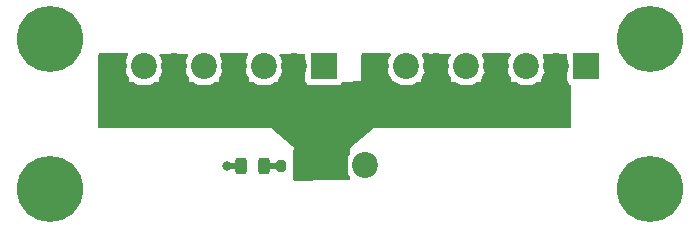
<source format=gtl>
G04 #@! TF.GenerationSoftware,KiCad,Pcbnew,(6.0.7)*
G04 #@! TF.CreationDate,2023-06-30T09:59:30-07:00*
G04 #@! TF.ProjectId,PT Board Ground Systems,50542042-6f61-4726-9420-47726f756e64,rev?*
G04 #@! TF.SameCoordinates,Original*
G04 #@! TF.FileFunction,Copper,L1,Top*
G04 #@! TF.FilePolarity,Positive*
%FSLAX46Y46*%
G04 Gerber Fmt 4.6, Leading zero omitted, Abs format (unit mm)*
G04 Created by KiCad (PCBNEW (6.0.7)) date 2023-06-30 09:59:30*
%MOMM*%
%LPD*%
G01*
G04 APERTURE LIST*
G04 Aperture macros list*
%AMRoundRect*
0 Rectangle with rounded corners*
0 $1 Rounding radius*
0 $2 $3 $4 $5 $6 $7 $8 $9 X,Y pos of 4 corners*
0 Add a 4 corners polygon primitive as box body*
4,1,4,$2,$3,$4,$5,$6,$7,$8,$9,$2,$3,0*
0 Add four circle primitives for the rounded corners*
1,1,$1+$1,$2,$3*
1,1,$1+$1,$4,$5*
1,1,$1+$1,$6,$7*
1,1,$1+$1,$8,$9*
0 Add four rect primitives between the rounded corners*
20,1,$1+$1,$2,$3,$4,$5,0*
20,1,$1+$1,$4,$5,$6,$7,0*
20,1,$1+$1,$6,$7,$8,$9,0*
20,1,$1+$1,$8,$9,$2,$3,0*%
G04 Aperture macros list end*
G04 #@! TA.AperFunction,ComponentPad*
%ADD10R,2.200000X2.200000*%
G04 #@! TD*
G04 #@! TA.AperFunction,ComponentPad*
%ADD11C,2.200000*%
G04 #@! TD*
G04 #@! TA.AperFunction,ConnectorPad*
%ADD12C,5.600000*%
G04 #@! TD*
G04 #@! TA.AperFunction,ComponentPad*
%ADD13C,3.600000*%
G04 #@! TD*
G04 #@! TA.AperFunction,SMDPad,CuDef*
%ADD14RoundRect,0.200000X-0.200000X-0.275000X0.200000X-0.275000X0.200000X0.275000X-0.200000X0.275000X0*%
G04 #@! TD*
G04 #@! TA.AperFunction,SMDPad,CuDef*
%ADD15RoundRect,0.243750X-0.243750X-0.456250X0.243750X-0.456250X0.243750X0.456250X-0.243750X0.456250X0*%
G04 #@! TD*
G04 #@! TA.AperFunction,ViaPad*
%ADD16C,0.800000*%
G04 #@! TD*
G04 #@! TA.AperFunction,Conductor*
%ADD17C,0.500000*%
G04 #@! TD*
G04 APERTURE END LIST*
D10*
X74650600Y-30937200D03*
D11*
X72110600Y-30937200D03*
X69570600Y-30937200D03*
X67030600Y-30937200D03*
X64490600Y-30937200D03*
X61950600Y-30937200D03*
X59410600Y-30937200D03*
X56870600Y-30937200D03*
D12*
X80010000Y-28575000D03*
D13*
X80010000Y-28575000D03*
D12*
X29210000Y-28575000D03*
D13*
X29210000Y-28575000D03*
D10*
X53365400Y-39319200D03*
D11*
X55905400Y-39319200D03*
D14*
X48827900Y-39344600D03*
X50477900Y-39344600D03*
D10*
X52425600Y-30937200D03*
D11*
X49885600Y-30937200D03*
X47345600Y-30937200D03*
X44805600Y-30937200D03*
X42265600Y-30937200D03*
X39725600Y-30937200D03*
X37185600Y-30937200D03*
X34645600Y-30937200D03*
D12*
X29260800Y-41275000D03*
D13*
X29260800Y-41275000D03*
D15*
X45445200Y-39344600D03*
X47320200Y-39344600D03*
D12*
X80010000Y-41275000D03*
D13*
X80010000Y-41275000D03*
D16*
X44225000Y-39375000D03*
D17*
X48827900Y-39344600D02*
X47320200Y-39344600D01*
X45445200Y-39344600D02*
X44255400Y-39344600D01*
X44255400Y-39344600D02*
X44225000Y-39375000D01*
G04 #@! TA.AperFunction,Conductor*
G36*
X35827104Y-29839602D02*
G01*
X35873597Y-29893258D01*
X35883701Y-29963532D01*
X35866416Y-30011435D01*
X35747984Y-30204698D01*
X35651095Y-30438609D01*
X35591991Y-30684797D01*
X35572126Y-30937200D01*
X35591991Y-31189603D01*
X35651095Y-31435791D01*
X35747984Y-31669702D01*
X35880272Y-31885576D01*
X35883482Y-31889334D01*
X35883487Y-31889341D01*
X35885411Y-31891593D01*
X35885873Y-31892624D01*
X35886394Y-31893341D01*
X35886243Y-31893450D01*
X35914442Y-31956382D01*
X35915600Y-31973423D01*
X35915600Y-32258000D01*
X36226936Y-32258000D01*
X36292770Y-32276567D01*
X36453098Y-32374816D01*
X36457668Y-32376709D01*
X36457672Y-32376711D01*
X36528001Y-32405842D01*
X36687009Y-32471705D01*
X36754113Y-32487815D01*
X36928384Y-32529654D01*
X36928390Y-32529655D01*
X36933197Y-32530809D01*
X37185600Y-32550674D01*
X37438003Y-32530809D01*
X37442810Y-32529655D01*
X37442816Y-32529654D01*
X37617087Y-32487815D01*
X37684191Y-32471705D01*
X37843199Y-32405842D01*
X37913528Y-32376711D01*
X37913532Y-32376709D01*
X37918102Y-32374816D01*
X38078430Y-32276567D01*
X38144264Y-32258000D01*
X38455600Y-32258000D01*
X38455600Y-31973423D01*
X38475602Y-31905302D01*
X38485789Y-31891593D01*
X38487713Y-31889341D01*
X38487718Y-31889334D01*
X38490928Y-31885576D01*
X38623216Y-31669702D01*
X38720105Y-31435791D01*
X38779209Y-31189603D01*
X38799074Y-30937200D01*
X38779209Y-30684797D01*
X38720105Y-30438609D01*
X38623216Y-30204698D01*
X38520349Y-30036834D01*
X38501811Y-29968302D01*
X38523267Y-29900625D01*
X38577906Y-29855292D01*
X38627782Y-29845000D01*
X40823418Y-29845000D01*
X40891539Y-29865002D01*
X40938032Y-29918658D01*
X40948136Y-29988932D01*
X40930851Y-30036834D01*
X40827984Y-30204698D01*
X40731095Y-30438609D01*
X40671991Y-30684797D01*
X40652126Y-30937200D01*
X40671991Y-31189603D01*
X40731095Y-31435791D01*
X40827984Y-31669702D01*
X40960272Y-31885576D01*
X40963479Y-31889331D01*
X40963482Y-31889335D01*
X40988088Y-31918144D01*
X41017119Y-31982934D01*
X41018270Y-31998649D01*
X41020762Y-32235357D01*
X41021000Y-32258000D01*
X41306936Y-32258000D01*
X41372770Y-32276567D01*
X41533098Y-32374816D01*
X41537668Y-32376709D01*
X41537672Y-32376711D01*
X41608001Y-32405842D01*
X41767009Y-32471705D01*
X41834113Y-32487815D01*
X42008384Y-32529654D01*
X42008390Y-32529655D01*
X42013197Y-32530809D01*
X42265600Y-32550674D01*
X42518003Y-32530809D01*
X42522810Y-32529655D01*
X42522816Y-32529654D01*
X42697087Y-32487815D01*
X42764191Y-32471705D01*
X42923199Y-32405842D01*
X42993528Y-32376711D01*
X42993532Y-32376709D01*
X42998102Y-32374816D01*
X43158430Y-32276567D01*
X43224264Y-32258000D01*
X43535600Y-32258000D01*
X43535600Y-31973423D01*
X43555602Y-31905302D01*
X43565789Y-31891593D01*
X43567713Y-31889341D01*
X43567718Y-31889334D01*
X43570928Y-31885576D01*
X43703216Y-31669702D01*
X43800105Y-31435791D01*
X43859209Y-31189603D01*
X43879074Y-30937200D01*
X43859209Y-30684797D01*
X43800105Y-30438609D01*
X43703216Y-30204698D01*
X43584784Y-30011435D01*
X43566246Y-29942901D01*
X43587702Y-29875225D01*
X43642341Y-29829892D01*
X43692217Y-29819600D01*
X45918983Y-29819600D01*
X45987104Y-29839602D01*
X46033597Y-29893258D01*
X46043701Y-29963532D01*
X46026416Y-30011435D01*
X45907984Y-30204698D01*
X45811095Y-30438609D01*
X45751991Y-30684797D01*
X45732126Y-30937200D01*
X45751991Y-31189603D01*
X45811095Y-31435791D01*
X45907984Y-31669702D01*
X46040272Y-31885576D01*
X46043482Y-31889334D01*
X46043487Y-31889341D01*
X46045411Y-31891593D01*
X46045873Y-31892624D01*
X46046394Y-31893341D01*
X46046243Y-31893450D01*
X46074442Y-31956382D01*
X46075600Y-31973423D01*
X46075600Y-32232600D01*
X46345487Y-32232600D01*
X46411321Y-32251167D01*
X46613098Y-32374816D01*
X46617668Y-32376709D01*
X46617672Y-32376711D01*
X46688001Y-32405842D01*
X46847009Y-32471705D01*
X46914113Y-32487815D01*
X47088384Y-32529654D01*
X47088390Y-32529655D01*
X47093197Y-32530809D01*
X47345600Y-32550674D01*
X47598003Y-32530809D01*
X47602810Y-32529655D01*
X47602816Y-32529654D01*
X47777087Y-32487815D01*
X47844191Y-32471705D01*
X48003199Y-32405842D01*
X48073528Y-32376711D01*
X48073532Y-32376709D01*
X48078102Y-32374816D01*
X48279879Y-32251167D01*
X48345713Y-32232600D01*
X48564800Y-32232600D01*
X48560711Y-32040403D01*
X48579258Y-31971875D01*
X48590867Y-31955898D01*
X48633751Y-31905688D01*
X48647718Y-31889335D01*
X48647721Y-31889331D01*
X48650928Y-31885576D01*
X48783216Y-31669702D01*
X48880105Y-31435791D01*
X48939209Y-31189603D01*
X48959074Y-30937200D01*
X48939209Y-30684797D01*
X48880105Y-30438609D01*
X48783216Y-30204698D01*
X48680349Y-30036834D01*
X48661811Y-29968302D01*
X48683267Y-29900625D01*
X48737906Y-29855292D01*
X48787782Y-29845000D01*
X50691100Y-29845000D01*
X50759221Y-29865002D01*
X50805714Y-29918658D01*
X50817100Y-29971000D01*
X50817100Y-32085334D01*
X50823855Y-32147516D01*
X50874985Y-32283905D01*
X50962339Y-32400461D01*
X51078895Y-32487815D01*
X51215284Y-32538945D01*
X51277466Y-32545700D01*
X53573734Y-32545700D01*
X53635916Y-32538945D01*
X53772305Y-32487815D01*
X53888861Y-32400461D01*
X53910023Y-32372225D01*
X53970833Y-32291087D01*
X53970835Y-32291084D01*
X53976215Y-32283905D01*
X53977777Y-32279737D01*
X54026423Y-32231199D01*
X54085966Y-32215855D01*
X54229250Y-32215036D01*
X55582485Y-32207304D01*
X55582487Y-32207304D01*
X55600600Y-32207200D01*
X55600600Y-29945600D01*
X55620602Y-29877479D01*
X55674258Y-29830986D01*
X55726600Y-29819600D01*
X57983983Y-29819600D01*
X58052104Y-29839602D01*
X58098597Y-29893258D01*
X58108701Y-29963532D01*
X58091416Y-30011435D01*
X57972984Y-30204698D01*
X57876095Y-30438609D01*
X57816991Y-30684797D01*
X57797126Y-30937200D01*
X57816991Y-31189603D01*
X57876095Y-31435791D01*
X57972984Y-31669702D01*
X58105272Y-31885576D01*
X58111997Y-31893450D01*
X58133606Y-31918751D01*
X58162636Y-31983541D01*
X58163787Y-31999240D01*
X58165807Y-32189083D01*
X58166000Y-32207200D01*
X58315880Y-32208714D01*
X58378152Y-32209343D01*
X58446067Y-32230033D01*
X58457425Y-32238561D01*
X58458458Y-32239312D01*
X58462224Y-32242528D01*
X58678098Y-32374816D01*
X58682668Y-32376709D01*
X58682672Y-32376711D01*
X58753001Y-32405842D01*
X58912009Y-32471705D01*
X58979113Y-32487815D01*
X59153384Y-32529654D01*
X59153390Y-32529655D01*
X59158197Y-32530809D01*
X59410600Y-32550674D01*
X59663003Y-32530809D01*
X59667810Y-32529655D01*
X59667816Y-32529654D01*
X59842087Y-32487815D01*
X59909191Y-32471705D01*
X60068199Y-32405842D01*
X60138528Y-32376711D01*
X60138532Y-32376709D01*
X60143102Y-32374816D01*
X60292279Y-32283400D01*
X60349244Y-32248492D01*
X60416352Y-32229931D01*
X60636576Y-32232155D01*
X60680600Y-32232600D01*
X60680564Y-32193834D01*
X60680380Y-31999240D01*
X60680356Y-31973827D01*
X60700294Y-31905688D01*
X60710548Y-31891875D01*
X60712711Y-31889343D01*
X60712713Y-31889340D01*
X60715928Y-31885576D01*
X60848216Y-31669702D01*
X60945105Y-31435791D01*
X61004209Y-31189603D01*
X61024074Y-30937200D01*
X61004209Y-30684797D01*
X60945105Y-30438609D01*
X60848216Y-30204698D01*
X60743657Y-30034073D01*
X60725119Y-29965541D01*
X60746575Y-29897864D01*
X60801214Y-29852531D01*
X60851503Y-29842240D01*
X61916357Y-29845731D01*
X63046114Y-29849435D01*
X63114168Y-29869660D01*
X63160485Y-29923468D01*
X63170358Y-29993774D01*
X63153133Y-30041269D01*
X63124720Y-30087635D01*
X63052984Y-30204698D01*
X62956095Y-30438609D01*
X62896991Y-30684797D01*
X62877126Y-30937200D01*
X62896991Y-31189603D01*
X62956095Y-31435791D01*
X63052984Y-31669702D01*
X63185272Y-31885576D01*
X63188481Y-31889333D01*
X63188483Y-31889336D01*
X63190165Y-31891305D01*
X63190569Y-31892207D01*
X63191396Y-31893345D01*
X63191157Y-31893519D01*
X63219197Y-31956095D01*
X63220355Y-31973013D01*
X63220600Y-32232600D01*
X63233797Y-32232732D01*
X63496235Y-32235357D01*
X63560810Y-32253918D01*
X63753870Y-32372225D01*
X63758098Y-32374816D01*
X63762668Y-32376709D01*
X63762672Y-32376711D01*
X63833001Y-32405842D01*
X63992009Y-32471705D01*
X64059113Y-32487815D01*
X64233384Y-32529654D01*
X64233390Y-32529655D01*
X64238197Y-32530809D01*
X64490600Y-32550674D01*
X64743003Y-32530809D01*
X64747810Y-32529655D01*
X64747816Y-32529654D01*
X64922087Y-32487815D01*
X64989191Y-32471705D01*
X65148199Y-32405842D01*
X65218528Y-32376711D01*
X65218532Y-32376709D01*
X65223102Y-32374816D01*
X65388418Y-32273510D01*
X65455513Y-32254949D01*
X65588750Y-32256281D01*
X65742485Y-32257819D01*
X65742486Y-32257819D01*
X65760600Y-32258000D01*
X65757685Y-31978156D01*
X65776976Y-31909831D01*
X65787863Y-31895019D01*
X65795928Y-31885576D01*
X65928216Y-31669702D01*
X66025105Y-31435791D01*
X66084209Y-31189603D01*
X66104074Y-30937200D01*
X66084209Y-30684797D01*
X66025105Y-30438609D01*
X65928216Y-30204698D01*
X65809784Y-30011435D01*
X65791246Y-29942901D01*
X65812702Y-29875225D01*
X65867341Y-29829892D01*
X65917217Y-29819600D01*
X68143983Y-29819600D01*
X68212104Y-29839602D01*
X68258597Y-29893258D01*
X68268701Y-29963532D01*
X68251416Y-30011435D01*
X68132984Y-30204698D01*
X68036095Y-30438609D01*
X67976991Y-30684797D01*
X67957126Y-30937200D01*
X67976991Y-31189603D01*
X68036095Y-31435791D01*
X68132984Y-31669702D01*
X68265272Y-31885576D01*
X68268482Y-31889334D01*
X68268487Y-31889341D01*
X68270411Y-31891593D01*
X68270873Y-31892624D01*
X68271394Y-31893341D01*
X68271243Y-31893450D01*
X68299442Y-31956382D01*
X68300600Y-31973423D01*
X68300600Y-32258000D01*
X68618374Y-32261178D01*
X68682946Y-32279739D01*
X68833868Y-32372225D01*
X68833878Y-32372230D01*
X68838098Y-32374816D01*
X68842668Y-32376709D01*
X68842672Y-32376711D01*
X68913001Y-32405842D01*
X69072009Y-32471705D01*
X69139113Y-32487815D01*
X69313384Y-32529654D01*
X69313390Y-32529655D01*
X69318197Y-32530809D01*
X69570600Y-32550674D01*
X69823003Y-32530809D01*
X69827810Y-32529655D01*
X69827816Y-32529654D01*
X70002087Y-32487815D01*
X70069191Y-32471705D01*
X70228199Y-32405842D01*
X70298528Y-32376711D01*
X70298532Y-32376709D01*
X70303102Y-32374816D01*
X70307322Y-32372230D01*
X70307332Y-32372225D01*
X70427634Y-32298503D01*
X70494728Y-32279941D01*
X70710750Y-32282101D01*
X70822485Y-32283219D01*
X70822486Y-32283219D01*
X70840600Y-32283400D01*
X70840600Y-31973423D01*
X70860602Y-31905302D01*
X70870789Y-31891593D01*
X70872713Y-31889341D01*
X70872718Y-31889334D01*
X70875928Y-31885576D01*
X71008216Y-31669702D01*
X71105105Y-31435791D01*
X71164209Y-31189603D01*
X71184074Y-30937200D01*
X71164209Y-30684797D01*
X71105105Y-30438609D01*
X71008216Y-30204698D01*
X70936480Y-30087635D01*
X70917942Y-30019101D01*
X70939399Y-29951424D01*
X70994038Y-29906091D01*
X71043913Y-29895800D01*
X72916100Y-29895800D01*
X72984221Y-29915802D01*
X73030714Y-29969458D01*
X73042100Y-30021800D01*
X73042100Y-32085334D01*
X73048855Y-32147516D01*
X73099985Y-32283905D01*
X73187339Y-32400461D01*
X73279873Y-32469811D01*
X73293892Y-32480318D01*
X73336407Y-32537177D01*
X73344326Y-32581654D01*
X73330308Y-36044151D01*
X73310030Y-36112190D01*
X73256187Y-36158466D01*
X73204352Y-36169641D01*
X60667659Y-36173693D01*
X56643117Y-36174994D01*
X56625000Y-36175000D01*
X54660800Y-37820600D01*
X54660800Y-38253237D01*
X54640798Y-38321358D01*
X54630611Y-38335068D01*
X54603282Y-38367065D01*
X54603279Y-38367069D01*
X54600072Y-38370824D01*
X54467784Y-38586698D01*
X54465891Y-38591268D01*
X54465889Y-38591272D01*
X54372789Y-38816036D01*
X54370895Y-38820609D01*
X54350579Y-38905232D01*
X54324715Y-39012966D01*
X54311791Y-39066797D01*
X54291926Y-39319200D01*
X54311791Y-39571603D01*
X54370895Y-39817791D01*
X54372788Y-39822362D01*
X54372789Y-39822364D01*
X54410456Y-39913299D01*
X54467784Y-40051702D01*
X54600072Y-40267576D01*
X54603279Y-40271331D01*
X54603282Y-40271335D01*
X54630611Y-40303332D01*
X54659642Y-40368121D01*
X54660800Y-40385163D01*
X54660800Y-40463481D01*
X54640798Y-40531602D01*
X54587142Y-40578095D01*
X54535082Y-40589481D01*
X52980349Y-40592953D01*
X49952414Y-40599715D01*
X49884249Y-40579865D01*
X49837637Y-40526313D01*
X49826138Y-40472590D01*
X49844937Y-38367065D01*
X49850000Y-37800000D01*
X49684891Y-37661640D01*
X47918284Y-36181234D01*
X47918282Y-36181233D01*
X47904400Y-36169600D01*
X33450800Y-36169600D01*
X33382679Y-36149598D01*
X33336186Y-36095942D01*
X33324800Y-36043600D01*
X33324800Y-29945600D01*
X33344802Y-29877479D01*
X33398458Y-29830986D01*
X33450800Y-29819600D01*
X35758983Y-29819600D01*
X35827104Y-29839602D01*
G37*
G04 #@! TD.AperFunction*
M02*

</source>
